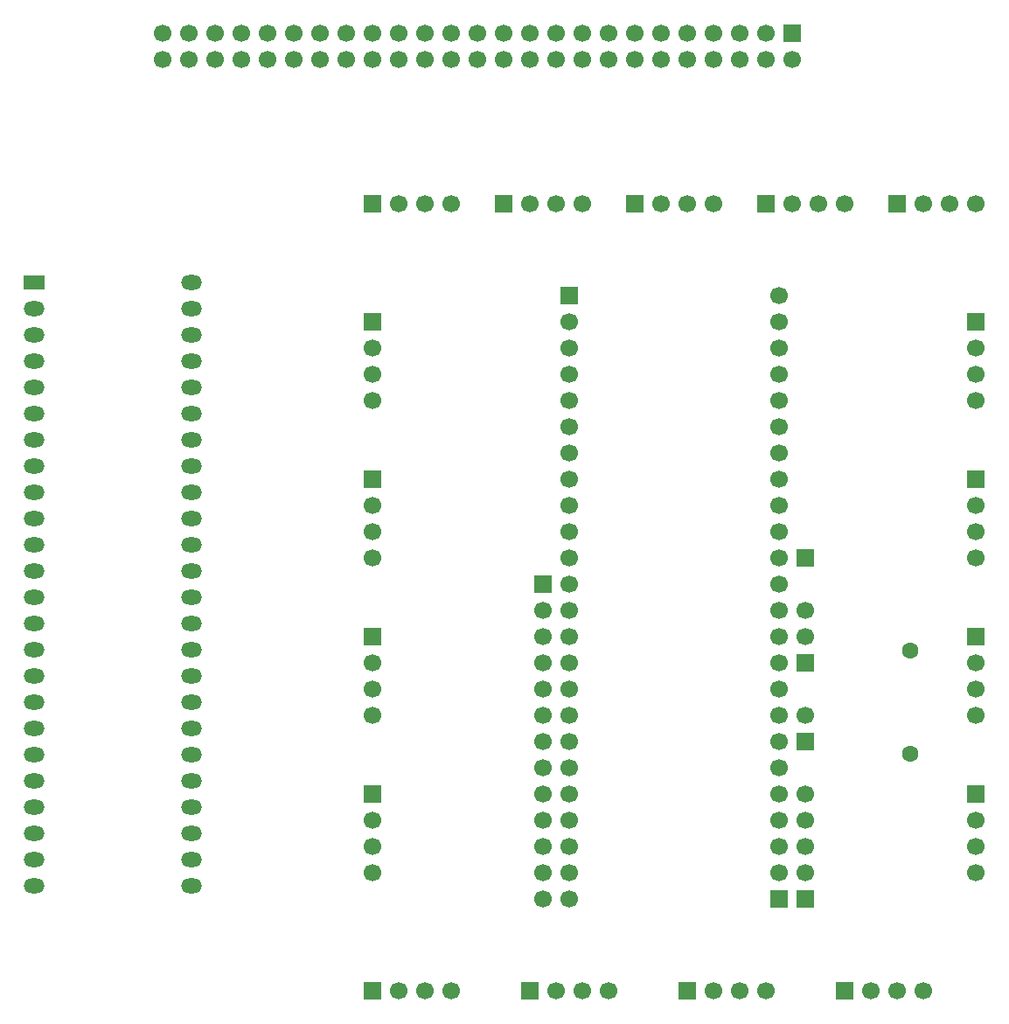
<source format=gts>
%TF.GenerationSoftware,KiCad,Pcbnew,9.0.3+1*%
%TF.CreationDate,2025-09-17T15:15:53+09:00*%
%TF.ProjectId,romread-adapter,726f6d72-6561-4642-9d61-646170746572,0-0*%
%TF.SameCoordinates,Original*%
%TF.FileFunction,Soldermask,Top*%
%TF.FilePolarity,Negative*%
%FSLAX46Y46*%
G04 Gerber Fmt 4.6, Leading zero omitted, Abs format (unit mm)*
G04 Created by KiCad (PCBNEW 9.0.3+1) date 2025-09-17 15:15:53*
%MOMM*%
%LPD*%
G01*
G04 APERTURE LIST*
%ADD10R,1.700000X1.700000*%
%ADD11C,1.700000*%
%ADD12R,2.000000X1.440000*%
%ADD13O,2.000000X1.440000*%
%ADD14C,1.600000*%
G04 APERTURE END LIST*
D10*
%TO.C,JH41*%
X196850000Y-81276902D03*
D11*
X196850000Y-83816902D03*
X196850000Y-86356902D03*
X196850000Y-88896902D03*
%TD*%
D10*
%TO.C,JH32*%
X138430000Y-96520000D03*
D11*
X138430000Y-99060000D03*
X138430000Y-101600000D03*
X138430000Y-104140000D03*
%TD*%
D10*
%TO.C,JH42*%
X196850000Y-96516902D03*
D11*
X196850000Y-99056902D03*
X196850000Y-101596902D03*
X196850000Y-104136902D03*
%TD*%
D10*
%TO.C,JH1*%
X179070000Y-53340000D03*
D11*
X179070000Y-55880000D03*
X176530000Y-53340000D03*
X176530000Y-55880000D03*
X173990000Y-53340000D03*
X173990000Y-55880000D03*
X171450000Y-53340000D03*
X171450000Y-55880000D03*
X168910000Y-53340000D03*
X168910000Y-55880000D03*
X166370000Y-53340000D03*
X166370000Y-55880000D03*
X163830000Y-53340000D03*
X163830000Y-55880000D03*
X161290000Y-53340000D03*
X161290000Y-55880000D03*
X158750000Y-53340000D03*
X158750000Y-55880000D03*
X156210000Y-53340000D03*
X156210000Y-55880000D03*
X153670000Y-53340000D03*
X153670000Y-55880000D03*
X151130000Y-53340000D03*
X151130000Y-55880000D03*
X148590000Y-53340000D03*
X148590000Y-55880000D03*
X146050000Y-53340000D03*
X146050000Y-55880000D03*
X143510000Y-53340000D03*
X143510000Y-55880000D03*
X140970000Y-53340000D03*
X140970000Y-55880000D03*
X138430000Y-53340000D03*
X138430000Y-55880000D03*
X135890000Y-53340000D03*
X135890000Y-55880000D03*
X133350000Y-53340000D03*
X133350000Y-55880000D03*
X130810000Y-53340000D03*
X130810000Y-55880000D03*
X128270000Y-53340000D03*
X128270000Y-55880000D03*
X125730000Y-53340000D03*
X125730000Y-55880000D03*
X123190000Y-53340000D03*
X123190000Y-55880000D03*
X120650000Y-53340000D03*
X120650000Y-55880000D03*
X118110000Y-53340000D03*
X118110000Y-55880000D03*
%TD*%
D10*
%TO.C,JR3*%
X177800000Y-137156902D03*
D11*
X177800000Y-134616902D03*
X177800000Y-132076902D03*
X177800000Y-129536902D03*
X177800000Y-126996902D03*
X177800000Y-124456902D03*
X177800000Y-121916902D03*
X177800000Y-119376902D03*
X177800000Y-116836902D03*
X177800000Y-114296902D03*
X177800000Y-111756902D03*
X177800000Y-109216902D03*
X177800000Y-106676902D03*
X177800000Y-104136902D03*
X177800000Y-101596902D03*
X177800000Y-99056902D03*
X177800000Y-96516902D03*
X177800000Y-93976902D03*
X177800000Y-91436902D03*
X177800000Y-88896902D03*
X177800000Y-86356902D03*
X177800000Y-83816902D03*
X177800000Y-81276902D03*
X177800000Y-78736902D03*
%TD*%
D10*
%TO.C,JH2*%
X154940000Y-106680000D03*
D11*
X154940000Y-109220000D03*
X154940000Y-111760000D03*
X154940000Y-114300000D03*
X154940000Y-116840000D03*
X154940000Y-119380000D03*
X154940000Y-121920000D03*
X154940000Y-124460000D03*
X154940000Y-127000000D03*
X154940000Y-129540000D03*
X154940000Y-132080000D03*
X154940000Y-134620000D03*
X154940000Y-137160000D03*
%TD*%
D10*
%TO.C,JH14*%
X176530000Y-69850000D03*
D11*
X179070000Y-69850000D03*
X181610000Y-69850000D03*
X184150000Y-69850000D03*
%TD*%
D12*
%TO.C,JR1*%
X105659000Y-77470000D03*
D13*
X105659000Y-80010000D03*
X105659000Y-82550000D03*
X105659000Y-85090000D03*
X105659000Y-87630000D03*
X105659000Y-90170000D03*
X105659000Y-92710000D03*
X105659000Y-95250000D03*
X105659000Y-97790000D03*
X105659000Y-100330000D03*
X105659000Y-102870000D03*
X105659000Y-105410000D03*
X105659000Y-107950000D03*
X105659000Y-110490000D03*
X105659000Y-113030000D03*
X105659000Y-115570000D03*
X105659000Y-118110000D03*
X105659000Y-120650000D03*
X105659000Y-123190000D03*
X105659000Y-125730000D03*
X105659000Y-128270000D03*
X105659000Y-130810000D03*
X105659000Y-133350000D03*
X105659000Y-135890000D03*
X120899000Y-135890000D03*
X120899000Y-133350000D03*
X120899000Y-130810000D03*
X120899000Y-128270000D03*
X120899000Y-125730000D03*
X120899000Y-123190000D03*
X120899000Y-120650000D03*
X120899000Y-118110000D03*
X120899000Y-115570000D03*
X120899000Y-113030000D03*
X120899000Y-110490000D03*
X120899000Y-107950000D03*
X120899000Y-105410000D03*
X120899000Y-102870000D03*
X120899000Y-100330000D03*
X120899000Y-97790000D03*
X120899000Y-95250000D03*
X120899000Y-92710000D03*
X120899000Y-90170000D03*
X120899000Y-87630000D03*
X120899000Y-85090000D03*
X120899000Y-82550000D03*
X120899000Y-80010000D03*
X120899000Y-77470000D03*
%TD*%
D10*
%TO.C,JH6*%
X180340000Y-104136902D03*
%TD*%
%TO.C,JH43*%
X196850000Y-111756902D03*
D11*
X196850000Y-114296902D03*
X196850000Y-116836902D03*
X196850000Y-119376902D03*
%TD*%
D10*
%TO.C,JH23*%
X168910000Y-146050000D03*
D11*
X171450000Y-146050000D03*
X173990000Y-146050000D03*
X176530000Y-146050000D03*
%TD*%
D10*
%TO.C,JH22*%
X153670000Y-146050000D03*
D11*
X156210000Y-146050000D03*
X158750000Y-146050000D03*
X161290000Y-146050000D03*
%TD*%
D10*
%TO.C,JH24*%
X184150000Y-146050000D03*
D11*
X186690000Y-146050000D03*
X189230000Y-146050000D03*
X191770000Y-146050000D03*
%TD*%
D10*
%TO.C,JH31*%
X138430000Y-81280000D03*
D11*
X138430000Y-83820000D03*
X138430000Y-86360000D03*
X138430000Y-88900000D03*
%TD*%
D10*
%TO.C,JH34*%
X138430000Y-127000000D03*
D11*
X138430000Y-129540000D03*
X138430000Y-132080000D03*
X138430000Y-134620000D03*
%TD*%
D10*
%TO.C,JH5*%
X180340000Y-114296902D03*
D11*
X180340000Y-111756902D03*
X180340000Y-109216902D03*
%TD*%
D10*
%TO.C,JH11*%
X138430000Y-69850000D03*
D11*
X140970000Y-69850000D03*
X143510000Y-69850000D03*
X146050000Y-69850000D03*
%TD*%
D10*
%TO.C,JH13*%
X163830000Y-69850000D03*
D11*
X166370000Y-69850000D03*
X168910000Y-69850000D03*
X171450000Y-69850000D03*
%TD*%
D14*
%TO.C,C1*%
X190500000Y-113110000D03*
X190500000Y-123110000D03*
%TD*%
D10*
%TO.C,JH4*%
X180340000Y-121916902D03*
D11*
X180340000Y-119376902D03*
%TD*%
D10*
%TO.C,JH21*%
X138430000Y-146050000D03*
D11*
X140970000Y-146050000D03*
X143510000Y-146050000D03*
X146050000Y-146050000D03*
%TD*%
D10*
%TO.C,JH33*%
X138430000Y-111760000D03*
D11*
X138430000Y-114300000D03*
X138430000Y-116840000D03*
X138430000Y-119380000D03*
%TD*%
D10*
%TO.C,JH15*%
X189230000Y-69850000D03*
D11*
X191770000Y-69850000D03*
X194310000Y-69850000D03*
X196850000Y-69850000D03*
%TD*%
D10*
%TO.C,JH3*%
X180340000Y-137156902D03*
D11*
X180340000Y-134616902D03*
X180340000Y-132076902D03*
X180340000Y-129536902D03*
X180340000Y-126996902D03*
%TD*%
D10*
%TO.C,JH44*%
X196850000Y-126996902D03*
D11*
X196850000Y-129536902D03*
X196850000Y-132076902D03*
X196850000Y-134616902D03*
%TD*%
D10*
%TO.C,JR2*%
X157480000Y-78740000D03*
D11*
X157480000Y-81280000D03*
X157480000Y-83820000D03*
X157480000Y-86360000D03*
X157480000Y-88900000D03*
X157480000Y-91440000D03*
X157480000Y-93980000D03*
X157480000Y-96520000D03*
X157480000Y-99060000D03*
X157480000Y-101600000D03*
X157480000Y-104140000D03*
X157480000Y-106680000D03*
X157480000Y-109220000D03*
X157480000Y-111760000D03*
X157480000Y-114300000D03*
X157480000Y-116840000D03*
X157480000Y-119380000D03*
X157480000Y-121920000D03*
X157480000Y-124460000D03*
X157480000Y-127000000D03*
X157480000Y-129540000D03*
X157480000Y-132080000D03*
X157480000Y-134620000D03*
X157480000Y-137160000D03*
%TD*%
D10*
%TO.C,JH12*%
X151130000Y-69850000D03*
D11*
X153670000Y-69850000D03*
X156210000Y-69850000D03*
X158750000Y-69850000D03*
%TD*%
M02*

</source>
